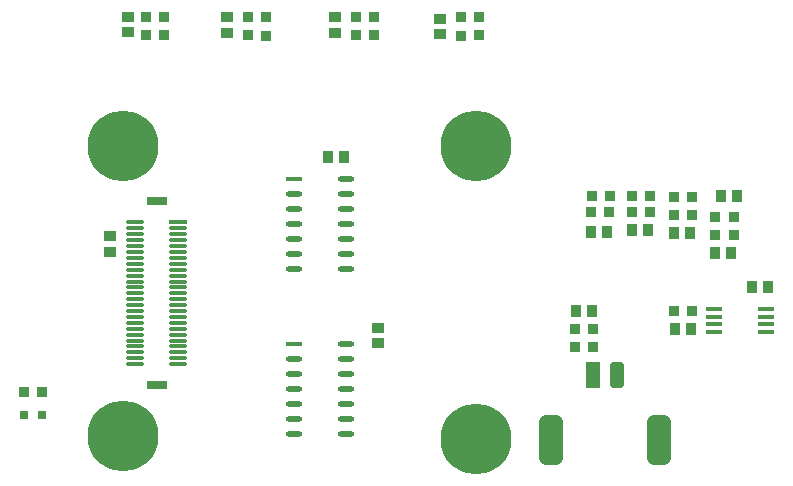
<source format=gtp>
G04*
G04 #@! TF.GenerationSoftware,Altium Limited,Altium Designer,19.1.9 (167)*
G04*
G04 Layer_Color=8421504*
%FSLAX25Y25*%
%MOIN*%
G70*
G01*
G75*
%ADD18C,0.23622*%
%ADD19R,0.07087X0.03150*%
%ADD20O,0.06299X0.01181*%
%ADD21R,0.06299X0.01181*%
%ADD22R,0.03543X0.03937*%
%ADD23R,0.03347X0.03347*%
%ADD24R,0.03347X0.03347*%
%ADD25R,0.03937X0.03543*%
%ADD26R,0.05709X0.01772*%
G04:AMPARAMS|DCode=27|XSize=78.74mil|YSize=165.35mil|CornerRadius=19.68mil|HoleSize=0mil|Usage=FLASHONLY|Rotation=0.000|XOffset=0mil|YOffset=0mil|HoleType=Round|Shape=RoundedRectangle|*
%AMROUNDEDRECTD27*
21,1,0.07874,0.12598,0,0,0.0*
21,1,0.03937,0.16535,0,0,0.0*
1,1,0.03937,0.01968,-0.06299*
1,1,0.03937,-0.01968,-0.06299*
1,1,0.03937,-0.01968,0.06299*
1,1,0.03937,0.01968,0.06299*
%
%ADD27ROUNDEDRECTD27*%
%ADD28R,0.04724X0.08661*%
G04:AMPARAMS|DCode=29|XSize=47.24mil|YSize=86.61mil|CornerRadius=11.81mil|HoleSize=0mil|Usage=FLASHONLY|Rotation=0.000|XOffset=0mil|YOffset=0mil|HoleType=Round|Shape=RoundedRectangle|*
%AMROUNDEDRECTD29*
21,1,0.04724,0.06299,0,0,0.0*
21,1,0.02362,0.08661,0,0,0.0*
1,1,0.02362,0.01181,-0.03150*
1,1,0.02362,-0.01181,-0.03150*
1,1,0.02362,-0.01181,0.03150*
1,1,0.02362,0.01181,0.03150*
%
%ADD29ROUNDEDRECTD29*%
%ADD30R,0.03150X0.03150*%
%ADD31O,0.05709X0.01772*%
D18*
X163953Y110268D02*
D03*
X46500Y110000D02*
D03*
X164000Y12500D02*
D03*
X46500Y13500D02*
D03*
D19*
X57653Y91764D02*
D03*
Y30347D02*
D03*
D20*
X50567Y84677D02*
D03*
Y82709D02*
D03*
Y80740D02*
D03*
Y78772D02*
D03*
Y76803D02*
D03*
Y74835D02*
D03*
Y72866D02*
D03*
Y70898D02*
D03*
Y68929D02*
D03*
Y66961D02*
D03*
Y64992D02*
D03*
Y63024D02*
D03*
Y61055D02*
D03*
Y59087D02*
D03*
Y57118D02*
D03*
Y55150D02*
D03*
Y53181D02*
D03*
Y51213D02*
D03*
Y49244D02*
D03*
Y47276D02*
D03*
Y45307D02*
D03*
Y43339D02*
D03*
Y41370D02*
D03*
Y39402D02*
D03*
Y37433D02*
D03*
X64740D02*
D03*
Y39402D02*
D03*
Y41370D02*
D03*
Y43339D02*
D03*
Y45307D02*
D03*
Y47276D02*
D03*
Y49244D02*
D03*
Y51213D02*
D03*
Y53181D02*
D03*
Y55150D02*
D03*
Y57118D02*
D03*
Y59087D02*
D03*
Y61055D02*
D03*
Y63024D02*
D03*
Y64992D02*
D03*
Y66961D02*
D03*
Y68929D02*
D03*
Y70898D02*
D03*
Y72866D02*
D03*
Y74835D02*
D03*
Y76803D02*
D03*
Y78772D02*
D03*
Y80740D02*
D03*
Y82709D02*
D03*
D21*
Y84677D02*
D03*
D22*
X235315Y81000D02*
D03*
X230000D02*
D03*
X243747Y74510D02*
D03*
X249062D02*
D03*
X245693Y93479D02*
D03*
X251008D02*
D03*
X216000Y82000D02*
D03*
X221315D02*
D03*
X207575Y81575D02*
D03*
X202260D02*
D03*
X261315Y63000D02*
D03*
X256000D02*
D03*
X197343Y55000D02*
D03*
X202658D02*
D03*
X230343Y49000D02*
D03*
X235658D02*
D03*
X114842Y106500D02*
D03*
X120158D02*
D03*
D23*
X230000Y87000D02*
D03*
X236102D02*
D03*
X230000Y93000D02*
D03*
X236102D02*
D03*
X250000Y80575D02*
D03*
X243898D02*
D03*
X250000Y86575D02*
D03*
X243898D02*
D03*
X222102Y88000D02*
D03*
X216000D02*
D03*
X222051Y93500D02*
D03*
X215949D02*
D03*
X202449Y88000D02*
D03*
X208551D02*
D03*
X202575Y93575D02*
D03*
X208677D02*
D03*
X203051Y49000D02*
D03*
X196949D02*
D03*
X203051Y43000D02*
D03*
X196949D02*
D03*
X236051Y55000D02*
D03*
X229949D02*
D03*
X19476Y28000D02*
D03*
X13374D02*
D03*
D24*
X165110Y147000D02*
D03*
Y153102D02*
D03*
X159110Y146898D02*
D03*
Y153000D02*
D03*
X130110Y147000D02*
D03*
Y153102D02*
D03*
X124110Y147000D02*
D03*
Y153102D02*
D03*
X94000Y146898D02*
D03*
Y153000D02*
D03*
X88000Y147000D02*
D03*
Y153102D02*
D03*
X60047Y147000D02*
D03*
Y153102D02*
D03*
X54047Y147000D02*
D03*
Y153102D02*
D03*
D25*
X152110Y147343D02*
D03*
Y152657D02*
D03*
X117000Y147685D02*
D03*
Y153000D02*
D03*
X81000Y147685D02*
D03*
Y153000D02*
D03*
X48000Y148000D02*
D03*
Y153315D02*
D03*
X131500Y49657D02*
D03*
Y44342D02*
D03*
X42000Y74685D02*
D03*
Y80000D02*
D03*
D26*
X260661Y48130D02*
D03*
Y50689D02*
D03*
Y53248D02*
D03*
Y55807D02*
D03*
X243339Y48130D02*
D03*
Y50689D02*
D03*
Y53248D02*
D03*
Y55807D02*
D03*
X103339Y44000D02*
D03*
Y99000D02*
D03*
D27*
X225220Y12000D02*
D03*
X189000D02*
D03*
D28*
X203173Y33968D02*
D03*
D29*
X211047D02*
D03*
D30*
X13500Y20547D02*
D03*
X19406D02*
D03*
D31*
X120662Y14000D02*
D03*
Y19000D02*
D03*
Y24000D02*
D03*
Y29000D02*
D03*
Y34000D02*
D03*
Y39000D02*
D03*
Y44000D02*
D03*
X103339Y14000D02*
D03*
Y19000D02*
D03*
Y24000D02*
D03*
Y29000D02*
D03*
Y34000D02*
D03*
Y39000D02*
D03*
X120662Y69000D02*
D03*
Y74000D02*
D03*
Y79000D02*
D03*
Y84000D02*
D03*
Y89000D02*
D03*
Y94000D02*
D03*
Y99000D02*
D03*
X103339Y69000D02*
D03*
Y74000D02*
D03*
Y79000D02*
D03*
Y84000D02*
D03*
Y89000D02*
D03*
Y94000D02*
D03*
M02*

</source>
